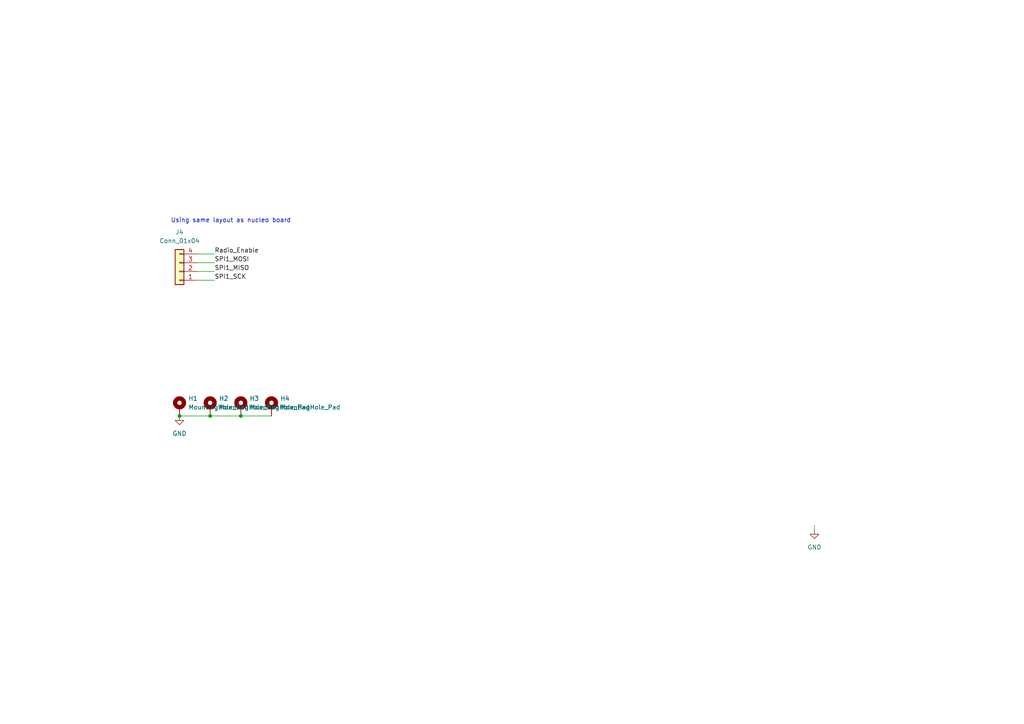
<source format=kicad_sch>
(kicad_sch (version 20211123) (generator eeschema)

  (uuid 180a8695-4877-49b2-b535-801468882026)

  (paper "A4")

  (lib_symbols
    (symbol "Connector_Generic:Conn_01x04" (pin_names (offset 1.016) hide) (in_bom yes) (on_board yes)
      (property "Reference" "J" (id 0) (at 0 5.08 0)
        (effects (font (size 1.27 1.27)))
      )
      (property "Value" "Conn_01x04" (id 1) (at 0 -7.62 0)
        (effects (font (size 1.27 1.27)))
      )
      (property "Footprint" "" (id 2) (at 0 0 0)
        (effects (font (size 1.27 1.27)) hide)
      )
      (property "Datasheet" "~" (id 3) (at 0 0 0)
        (effects (font (size 1.27 1.27)) hide)
      )
      (property "ki_keywords" "connector" (id 4) (at 0 0 0)
        (effects (font (size 1.27 1.27)) hide)
      )
      (property "ki_description" "Generic connector, single row, 01x04, script generated (kicad-library-utils/schlib/autogen/connector/)" (id 5) (at 0 0 0)
        (effects (font (size 1.27 1.27)) hide)
      )
      (property "ki_fp_filters" "Connector*:*_1x??_*" (id 6) (at 0 0 0)
        (effects (font (size 1.27 1.27)) hide)
      )
      (symbol "Conn_01x04_1_1"
        (rectangle (start -1.27 -4.953) (end 0 -5.207)
          (stroke (width 0.1524) (type default) (color 0 0 0 0))
          (fill (type none))
        )
        (rectangle (start -1.27 -2.413) (end 0 -2.667)
          (stroke (width 0.1524) (type default) (color 0 0 0 0))
          (fill (type none))
        )
        (rectangle (start -1.27 0.127) (end 0 -0.127)
          (stroke (width 0.1524) (type default) (color 0 0 0 0))
          (fill (type none))
        )
        (rectangle (start -1.27 2.667) (end 0 2.413)
          (stroke (width 0.1524) (type default) (color 0 0 0 0))
          (fill (type none))
        )
        (rectangle (start -1.27 3.81) (end 1.27 -6.35)
          (stroke (width 0.254) (type default) (color 0 0 0 0))
          (fill (type background))
        )
        (pin passive line (at -5.08 2.54 0) (length 3.81)
          (name "Pin_1" (effects (font (size 1.27 1.27))))
          (number "1" (effects (font (size 1.27 1.27))))
        )
        (pin passive line (at -5.08 0 0) (length 3.81)
          (name "Pin_2" (effects (font (size 1.27 1.27))))
          (number "2" (effects (font (size 1.27 1.27))))
        )
        (pin passive line (at -5.08 -2.54 0) (length 3.81)
          (name "Pin_3" (effects (font (size 1.27 1.27))))
          (number "3" (effects (font (size 1.27 1.27))))
        )
        (pin passive line (at -5.08 -5.08 0) (length 3.81)
          (name "Pin_4" (effects (font (size 1.27 1.27))))
          (number "4" (effects (font (size 1.27 1.27))))
        )
      )
    )
    (symbol "Mechanical:MountingHole_Pad" (pin_numbers hide) (pin_names (offset 1.016) hide) (in_bom yes) (on_board yes)
      (property "Reference" "H" (id 0) (at 0 6.35 0)
        (effects (font (size 1.27 1.27)))
      )
      (property "Value" "MountingHole_Pad" (id 1) (at 0 4.445 0)
        (effects (font (size 1.27 1.27)))
      )
      (property "Footprint" "" (id 2) (at 0 0 0)
        (effects (font (size 1.27 1.27)) hide)
      )
      (property "Datasheet" "~" (id 3) (at 0 0 0)
        (effects (font (size 1.27 1.27)) hide)
      )
      (property "ki_keywords" "mounting hole" (id 4) (at 0 0 0)
        (effects (font (size 1.27 1.27)) hide)
      )
      (property "ki_description" "Mounting Hole with connection" (id 5) (at 0 0 0)
        (effects (font (size 1.27 1.27)) hide)
      )
      (property "ki_fp_filters" "MountingHole*Pad*" (id 6) (at 0 0 0)
        (effects (font (size 1.27 1.27)) hide)
      )
      (symbol "MountingHole_Pad_0_1"
        (circle (center 0 1.27) (radius 1.27)
          (stroke (width 1.27) (type default) (color 0 0 0 0))
          (fill (type none))
        )
      )
      (symbol "MountingHole_Pad_1_1"
        (pin input line (at 0 -2.54 90) (length 2.54)
          (name "1" (effects (font (size 1.27 1.27))))
          (number "1" (effects (font (size 1.27 1.27))))
        )
      )
    )
    (symbol "power:GND" (power) (pin_names (offset 0)) (in_bom yes) (on_board yes)
      (property "Reference" "#PWR" (id 0) (at 0 -6.35 0)
        (effects (font (size 1.27 1.27)) hide)
      )
      (property "Value" "GND" (id 1) (at 0 -3.81 0)
        (effects (font (size 1.27 1.27)))
      )
      (property "Footprint" "" (id 2) (at 0 0 0)
        (effects (font (size 1.27 1.27)) hide)
      )
      (property "Datasheet" "" (id 3) (at 0 0 0)
        (effects (font (size 1.27 1.27)) hide)
      )
      (property "ki_keywords" "power-flag" (id 4) (at 0 0 0)
        (effects (font (size 1.27 1.27)) hide)
      )
      (property "ki_description" "Power symbol creates a global label with name \"GND\" , ground" (id 5) (at 0 0 0)
        (effects (font (size 1.27 1.27)) hide)
      )
      (symbol "GND_0_1"
        (polyline
          (pts
            (xy 0 0)
            (xy 0 -1.27)
            (xy 1.27 -1.27)
            (xy 0 -2.54)
            (xy -1.27 -1.27)
            (xy 0 -1.27)
          )
          (stroke (width 0) (type default) (color 0 0 0 0))
          (fill (type none))
        )
      )
      (symbol "GND_1_1"
        (pin power_in line (at 0 0 270) (length 0) hide
          (name "GND" (effects (font (size 1.27 1.27))))
          (number "1" (effects (font (size 1.27 1.27))))
        )
      )
    )
  )

  (junction (at 52.07 120.65) (diameter 0) (color 0 0 0 0)
    (uuid 366a8aa3-64bd-4f82-af5c-9c77a4d71c7d)
  )
  (junction (at 60.96 120.65) (diameter 0) (color 0 0 0 0)
    (uuid ae0cec09-0bfa-4532-90a1-537d2583ed90)
  )
  (junction (at 69.85 120.65) (diameter 0) (color 0 0 0 0)
    (uuid c8a8ce1c-7580-4563-afb1-22c3aad2a9c5)
  )

  (wire (pts (xy 52.07 120.65) (xy 60.96 120.65))
    (stroke (width 0) (type default) (color 0 0 0 0))
    (uuid 0251ea1c-08a6-4a08-9f6d-fa980019dcca)
  )
  (wire (pts (xy 60.96 120.65) (xy 69.85 120.65))
    (stroke (width 0) (type default) (color 0 0 0 0))
    (uuid 151f23d9-1592-4742-9793-30e20543c9e8)
  )
  (wire (pts (xy 69.85 120.65) (xy 78.74 120.65))
    (stroke (width 0) (type default) (color 0 0 0 0))
    (uuid 19193a9c-4796-435c-9036-a81b67a9a87b)
  )
  (wire (pts (xy 57.15 81.28) (xy 62.23 81.28))
    (stroke (width 0) (type default) (color 0 0 0 0))
    (uuid 2f57572d-3f95-4438-90e8-917f328f4e63)
  )
  (wire (pts (xy 57.15 78.74) (xy 62.23 78.74))
    (stroke (width 0) (type default) (color 0 0 0 0))
    (uuid 2ffcb5f8-cc8b-4bb5-b807-4b4dff9ae91d)
  )
  (wire (pts (xy 236.22 152.4) (xy 236.22 153.67))
    (stroke (width 0) (type default) (color 0 0 0 0))
    (uuid ac3f16bc-fa7b-4905-9126-da191cbd483a)
  )
  (wire (pts (xy 57.15 76.2) (xy 62.23 76.2))
    (stroke (width 0) (type default) (color 0 0 0 0))
    (uuid b1faed89-db3d-4fce-ab3e-af3aa34a8cb9)
  )
  (wire (pts (xy 57.15 73.66) (xy 62.23 73.66))
    (stroke (width 0) (type default) (color 0 0 0 0))
    (uuid fd118419-a4f0-4db1-8e02-c7691c207eb8)
  )

  (text "Using same layout as nucleo board" (at 49.53 64.77 0)
    (effects (font (size 1.27 1.27)) (justify left bottom))
    (uuid 5f2306a0-6475-4b51-8a44-8fad7e79c1f9)
  )

  (label "SPI1_MISO" (at 62.23 78.74 0)
    (effects (font (size 1.27 1.27)) (justify left bottom))
    (uuid 01146421-0ace-4996-8f33-ceb63397622c)
  )
  (label "Radio_Enable" (at 62.23 73.66 0)
    (effects (font (size 1.27 1.27)) (justify left bottom))
    (uuid 936350ef-54f7-4607-a610-f6f28d44dc2b)
  )
  (label "SPI1_SCK" (at 62.23 81.28 0)
    (effects (font (size 1.27 1.27)) (justify left bottom))
    (uuid cb1036f3-dfcf-470c-baaf-af674d37430e)
  )
  (label "SPI1_MOSI" (at 62.23 76.2 0)
    (effects (font (size 1.27 1.27)) (justify left bottom))
    (uuid de896065-e769-4e1a-9632-818003b76065)
  )

  (symbol (lib_id "Mechanical:MountingHole_Pad") (at 69.85 118.11 0) (unit 1)
    (in_bom yes) (on_board yes) (fields_autoplaced)
    (uuid 3713932c-0025-4b02-9df1-c4e2ab25c927)
    (property "Reference" "H3" (id 0) (at 72.39 115.5699 0)
      (effects (font (size 1.27 1.27)) (justify left))
    )
    (property "Value" "MountingHole_Pad" (id 1) (at 72.39 118.1099 0)
      (effects (font (size 1.27 1.27)) (justify left))
    )
    (property "Footprint" "MountingHole:MountingHole_3.2mm_M3_ISO7380_Pad_TopBottom" (id 2) (at 69.85 118.11 0)
      (effects (font (size 1.27 1.27)) hide)
    )
    (property "Datasheet" "~" (id 3) (at 69.85 118.11 0)
      (effects (font (size 1.27 1.27)) hide)
    )
    (pin "1" (uuid 487ee5ea-d0a7-4b75-b867-6e7960edef53))
  )

  (symbol (lib_id "Mechanical:MountingHole_Pad") (at 52.07 118.11 0) (unit 1)
    (in_bom yes) (on_board yes) (fields_autoplaced)
    (uuid 68a7b382-39c2-4ae1-8d0a-05353501b153)
    (property "Reference" "H1" (id 0) (at 54.61 115.5699 0)
      (effects (font (size 1.27 1.27)) (justify left))
    )
    (property "Value" "MountingHole_Pad" (id 1) (at 54.61 118.1099 0)
      (effects (font (size 1.27 1.27)) (justify left))
    )
    (property "Footprint" "MountingHole:MountingHole_3.2mm_M3_ISO7380_Pad_TopBottom" (id 2) (at 52.07 118.11 0)
      (effects (font (size 1.27 1.27)) hide)
    )
    (property "Datasheet" "~" (id 3) (at 52.07 118.11 0)
      (effects (font (size 1.27 1.27)) hide)
    )
    (pin "1" (uuid 9f9d6a38-4a98-4467-a2ff-21ba87021b06))
  )

  (symbol (lib_id "power:GND") (at 236.22 153.67 0) (unit 1)
    (in_bom yes) (on_board yes) (fields_autoplaced)
    (uuid 713ed4d8-3624-4a1b-91a0-8928a19a1f38)
    (property "Reference" "#PWR0134" (id 0) (at 236.22 160.02 0)
      (effects (font (size 1.27 1.27)) hide)
    )
    (property "Value" "GND" (id 1) (at 236.22 158.75 0))
    (property "Footprint" "" (id 2) (at 236.22 153.67 0)
      (effects (font (size 1.27 1.27)) hide)
    )
    (property "Datasheet" "" (id 3) (at 236.22 153.67 0)
      (effects (font (size 1.27 1.27)) hide)
    )
    (pin "1" (uuid 280bcf39-63e6-4bd8-a877-731f233bf75b))
  )

  (symbol (lib_id "Connector_Generic:Conn_01x04") (at 52.07 78.74 180) (unit 1)
    (in_bom yes) (on_board yes) (fields_autoplaced)
    (uuid 71e9a856-f24b-40f9-ad40-3d2bf59b11f7)
    (property "Reference" "J4" (id 0) (at 52.07 67.31 0))
    (property "Value" "Conn_01x04" (id 1) (at 52.07 69.85 0))
    (property "Footprint" "Components:JST_PH_S4B-PH-K_1x04_P2.00mm_Horizontal" (id 2) (at 52.07 78.74 0)
      (effects (font (size 1.27 1.27)) hide)
    )
    (property "Datasheet" "~" (id 3) (at 52.07 78.74 0)
      (effects (font (size 1.27 1.27)) hide)
    )
    (pin "1" (uuid eca8f106-6d81-4d03-ba2e-80d96b05875a))
    (pin "2" (uuid 08b0c674-194f-4b47-bb32-82539c640340))
    (pin "3" (uuid d51a5887-62d6-4a7e-a814-8018d82fbfb6))
    (pin "4" (uuid bc4c46eb-74c5-4357-b100-1ac2d9e5c41c))
  )

  (symbol (lib_id "Mechanical:MountingHole_Pad") (at 60.96 118.11 0) (unit 1)
    (in_bom yes) (on_board yes) (fields_autoplaced)
    (uuid af2963c2-c96c-4fdc-934b-bc8419f98d70)
    (property "Reference" "H2" (id 0) (at 63.5 115.5699 0)
      (effects (font (size 1.27 1.27)) (justify left))
    )
    (property "Value" "MountingHole_Pad" (id 1) (at 63.5 118.1099 0)
      (effects (font (size 1.27 1.27)) (justify left))
    )
    (property "Footprint" "MountingHole:MountingHole_3.2mm_M3_ISO7380_Pad_TopBottom" (id 2) (at 60.96 118.11 0)
      (effects (font (size 1.27 1.27)) hide)
    )
    (property "Datasheet" "~" (id 3) (at 60.96 118.11 0)
      (effects (font (size 1.27 1.27)) hide)
    )
    (pin "1" (uuid e7025936-9029-4d10-8a19-626b1cea7fb1))
  )

  (symbol (lib_id "Mechanical:MountingHole_Pad") (at 78.74 118.11 0) (unit 1)
    (in_bom yes) (on_board yes) (fields_autoplaced)
    (uuid d9509ff5-3717-4897-8079-f5ee16eb1cc6)
    (property "Reference" "H4" (id 0) (at 81.28 115.5699 0)
      (effects (font (size 1.27 1.27)) (justify left))
    )
    (property "Value" "MountingHole_Pad" (id 1) (at 81.28 118.1099 0)
      (effects (font (size 1.27 1.27)) (justify left))
    )
    (property "Footprint" "MountingHole:MountingHole_3.2mm_M3_ISO7380_Pad_TopBottom" (id 2) (at 78.74 118.11 0)
      (effects (font (size 1.27 1.27)) hide)
    )
    (property "Datasheet" "~" (id 3) (at 78.74 118.11 0)
      (effects (font (size 1.27 1.27)) hide)
    )
    (pin "1" (uuid 997643c5-3a6b-4f3c-9b04-f34cbe93782f))
  )

  (symbol (lib_id "power:GND") (at 52.07 120.65 0) (unit 1)
    (in_bom yes) (on_board yes) (fields_autoplaced)
    (uuid f97d912f-aa6c-4acb-b164-667d26e4ec3f)
    (property "Reference" "#PWR0154" (id 0) (at 52.07 127 0)
      (effects (font (size 1.27 1.27)) hide)
    )
    (property "Value" "GND" (id 1) (at 52.07 125.73 0))
    (property "Footprint" "" (id 2) (at 52.07 120.65 0)
      (effects (font (size 1.27 1.27)) hide)
    )
    (property "Datasheet" "" (id 3) (at 52.07 120.65 0)
      (effects (font (size 1.27 1.27)) hide)
    )
    (pin "1" (uuid da49efb9-7bef-4e51-b03c-1ac176580470))
  )
)

</source>
